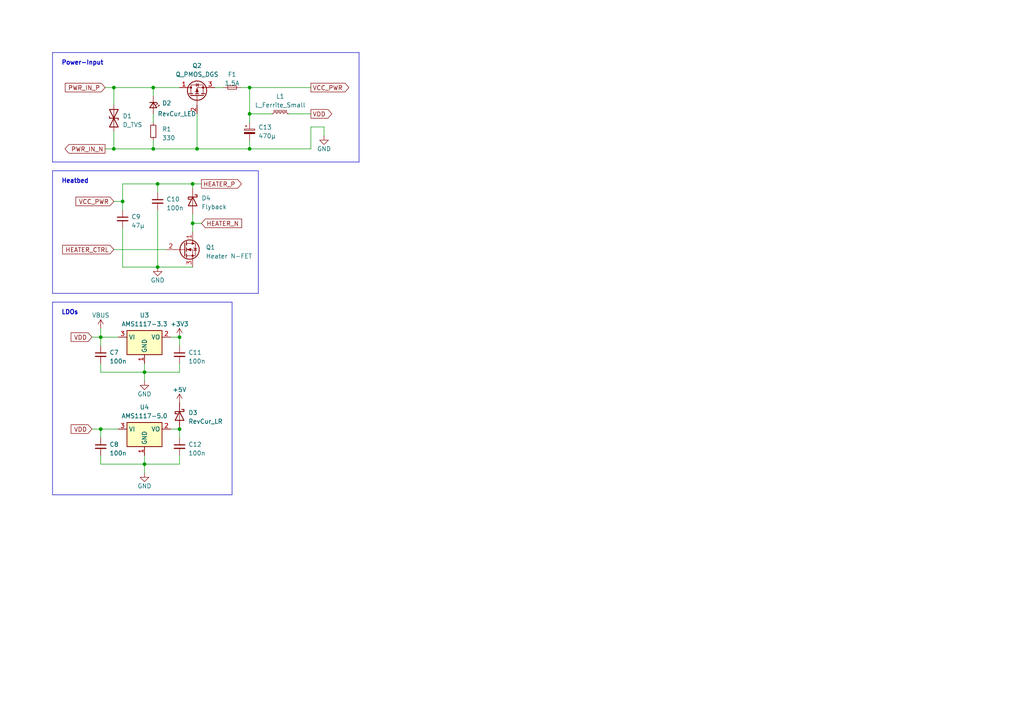
<source format=kicad_sch>
(kicad_sch (version 20230409) (generator eeschema)
  (paper "A4")
  (title_block (title "Modular Solder Reflow PCB") (rev "0.0.1"))
  (lib_symbols
    (symbol "Device:C_Polarized_Small" (pin_numbers hide) (pin_names (offset 0.254) hide)
      (property "Reference" "C" (at 0.254 1.778 0))
      (property "Value" "C_Polarized_Small" (at 0.254 -2.032 0))
      (symbol "C_Polarized_Small_0_1"
        (rectangle (start -1.524 -0.3048) (end 1.524 -0.6858) (fill (type outline)))
        (rectangle (start -1.524 0.6858) (end 1.524 0.3048))
        (polyline (pts (xy -1.27 1.524) (xy -0.762 1.524)))
        (polyline (pts (xy -1.016 1.27) (xy -1.016 1.778)))
      )
      (symbol "C_Polarized_Small_1_1"
        (pin passive line (at 0 2.54 270) (length 1.8542) (name "~") (number "1"))
        (pin passive line (at 0 -2.54 90) (length 1.8542) (name "~") (number "2"))
      )
    )
    (symbol "Device:C_Small" (pin_numbers hide) (pin_names (offset 0.254) hide)
      (property "Reference" "C" (at 0.254 1.778 0))
      (property "Value" "C_Small" (at 0.254 -2.032 0))
      (symbol "C_Small_0_1"
        (polyline (pts (xy -1.524 -0.508) (xy 1.524 -0.508)) (stroke (width 0.3302)))
        (polyline (pts (xy -1.524 0.508) (xy 1.524 0.508)) (stroke (width 0.3048)))
      )
      (symbol "C_Small_1_1"
        (pin passive line (at 0 2.54 270) (length 2.032) (name "~") (number "1"))
        (pin passive line (at 0 -2.54 90) (length 2.032) (name "~") (number "2"))
      )
    )
    (symbol "Device:D_Schottky" (pin_numbers hide) (pin_names (offset 1.016) hide)
      (property "Reference" "D" (at 0 2.54 0))
      (property "Value" "D_Schottky" (at 0 -2.54 0))
      (symbol "D_Schottky_0_1"
        (polyline (pts (xy 1.27 0) (xy -1.27 0)))
        (polyline (pts (xy 1.27 1.27) (xy 1.27 -1.27) (xy -1.27 0) (xy 1.27 1.27)) (stroke (width 0.254)))
        (polyline (pts (xy -1.905 0.635) (xy -1.905 1.27) (xy -1.27 1.27) (xy -1.27 -1.27) (xy -0.635 -1.27) (xy -0.635 -0.635)) (stroke (width 0.254)))
      )
      (symbol "D_Schottky_1_1"
        (pin passive line (at -3.81 0 0) (length 2.54) (name "K") (number "1"))
        (pin passive line (at 3.81 0 180) (length 2.54) (name "A") (number "2"))
      )
    )
    (symbol "Device:D_TVS" (pin_numbers hide) (pin_names (offset 1.016) hide)
      (property "Reference" "D" (at 0 2.54 0))
      (property "Value" "D_TVS" (at 0 -2.54 0))
      (symbol "D_TVS_0_1"
        (polyline (pts (xy 1.27 0) (xy -1.27 0)))
        (polyline (pts (xy 0.508 1.27) (xy 0 1.27) (xy 0 -1.27) (xy -0.508 -1.27)) (stroke (width 0.254)))
        (polyline (pts (xy -2.54 1.27) (xy -2.54 -1.27) (xy 2.54 1.27) (xy 2.54 -1.27) (xy -2.54 1.27)) (stroke (width 0.254)))
      )
      (symbol "D_TVS_1_1"
        (pin passive line (at -3.81 0 0) (length 2.54) (name "A1") (number "1"))
        (pin passive line (at 3.81 0 180) (length 2.54) (name "A2") (number "2"))
      )
    )
    (symbol "Device:Fuse_Small" (pin_numbers hide) (pin_names (offset 0.254) hide)
      (property "Reference" "F" (at 0 -1.524 0))
      (property "Value" "Fuse_Small" (at 0 1.524 0))
      (symbol "Fuse_Small_0_1"
        (rectangle (start -1.27 0.508) (end 1.27 -0.508))
        (polyline (pts (xy -1.27 0) (xy 1.27 0)))
      )
      (symbol "Fuse_Small_1_1"
        (pin passive line (at -2.54 0 0) (length 1.27) (name "~") (number "1"))
        (pin passive line (at 2.54 0 180) (length 1.27) (name "~") (number "2"))
      )
    )
    (symbol "Device:LED_Small" (pin_numbers hide) (pin_names (offset 0.254) hide)
      (property "Reference" "D" (at -1.27 3.175 0))
      (property "Value" "LED_Small" (at -4.445 -2.54 0))
      (symbol "LED_Small_0_1"
        (polyline (pts (xy -0.762 -1.016) (xy -0.762 1.016)) (stroke (width 0.254)))
        (polyline (pts (xy 1.016 0) (xy -0.762 0)))
        (polyline (pts (xy 0.762 -1.016) (xy -0.762 0) (xy 0.762 1.016) (xy 0.762 -1.016)) (stroke (width 0.254)))
        (polyline (pts (xy 0 0.762) (xy -0.508 1.27) (xy -0.254 1.27) (xy -0.508 1.27) (xy -0.508 1.016)))
        (polyline (pts (xy 0.508 1.27) (xy 0 1.778) (xy 0.254 1.778) (xy 0 1.778) (xy 0 1.524)))
      )
      (symbol "LED_Small_1_1"
        (pin passive line (at -2.54 0 0) (length 1.778) (name "K") (number "1"))
        (pin passive line (at 2.54 0 180) (length 1.778) (name "A") (number "2"))
      )
    )
    (symbol "Device:L_Ferrite_Small" (pin_numbers hide) (pin_names (offset 0.254) hide)
      (property "Reference" "L" (at 1.27 1.016 0))
      (property "Value" "L_Ferrite_Small" (at 1.27 -1.27 0))
      (symbol "L_Ferrite_Small_0_1"
        (arc (start 0 -2.032) (mid 0.5058 -1.524) (end 0 -1.016))
        (arc (start 0 -1.016) (mid 0.5058 -0.508) (end 0 0))
        (polyline (pts (xy 0.762 -1.905) (xy 0.762 -1.651)))
        (polyline (pts (xy 0.762 -1.397) (xy 0.762 -1.143)))
        (polyline (pts (xy 0.762 -0.889) (xy 0.762 -0.635)))
        (polyline (pts (xy 0.762 -0.381) (xy 0.762 -0.127)))
        (polyline (pts (xy 0.762 0.127) (xy 0.762 0.381)))
        (polyline (pts (xy 0.762 0.635) (xy 0.762 0.889)))
        (polyline (pts (xy 0.762 1.143) (xy 0.762 1.397)))
        (polyline (pts (xy 0.762 1.651) (xy 0.762 1.905)))
        (polyline (pts (xy 1.016 -1.651) (xy 1.016 -1.905)))
        (polyline (pts (xy 1.016 -1.143) (xy 1.016 -1.397)))
        (polyline (pts (xy 1.016 -0.635) (xy 1.016 -0.889)))
        (polyline (pts (xy 1.016 -0.127) (xy 1.016 -0.381)))
        (polyline (pts (xy 1.016 0.381) (xy 1.016 0.127)))
        (polyline (pts (xy 1.016 0.889) (xy 1.016 0.635)))
        (polyline (pts (xy 1.016 1.397) (xy 1.016 1.143)))
        (polyline (pts (xy 1.016 1.905) (xy 1.016 1.651)))
        (arc (start 0 0) (mid 0.5058 0.508) (end 0 1.016))
        (arc (start 0 1.016) (mid 0.5058 1.524) (end 0 2.032))
      )
      (symbol "L_Ferrite_Small_1_1"
        (pin passive line (at 0 2.54 270) (length 0.508) (name "~") (number "1"))
        (pin passive line (at 0 -2.54 90) (length 0.508) (name "~") (number "2"))
      )
    )
    (symbol "Device:Q_NMOS_DGS" (pin_names (offset 0) hide)
      (property "Reference" "Q" (at 5.08 1.27 0))
      (property "Value" "Q_NMOS_DGS" (at 5.08 -1.27 0))
      (symbol "Q_NMOS_DGS_0_1"
        (polyline (pts (xy 0.254 0) (xy -2.54 0)))
        (polyline (pts (xy 0.254 1.905) (xy 0.254 -1.905)) (stroke (width 0.254)))
        (polyline (pts (xy 0.762 -1.27) (xy 0.762 -2.286)) (stroke (width 0.254)))
        (polyline (pts (xy 0.762 0.508) (xy 0.762 -0.508)) (stroke (width 0.254)))
        (polyline (pts (xy 0.762 2.286) (xy 0.762 1.27)) (stroke (width 0.254)))
        (polyline (pts (xy 2.54 2.54) (xy 2.54 1.778)))
        (polyline (pts (xy 2.54 -2.54) (xy 2.54 0) (xy 0.762 0)))
        (polyline (pts (xy 0.762 -1.778) (xy 3.302 -1.778) (xy 3.302 1.778) (xy 0.762 1.778)))
        (polyline (pts (xy 1.016 0) (xy 2.032 0.381) (xy 2.032 -0.381) (xy 1.016 0)) (fill (type outline)))
        (polyline (pts (xy 2.794 0.508) (xy 2.921 0.381) (xy 3.683 0.381) (xy 3.81 0.254)))
        (polyline (pts (xy 3.302 0.381) (xy 2.921 -0.254) (xy 3.683 -0.254) (xy 3.302 0.381)))
        (circle (center 1.651 0) (radius 2.794) (stroke (width 0.254)))
        (circle (center 2.54 -1.778) (radius 0.254) (fill (type outline)))
        (circle (center 2.54 1.778) (radius 0.254) (fill (type outline)))
      )
      (symbol "Q_NMOS_DGS_1_1"
        (pin passive line (at 2.54 5.08 270) (length 2.54) (name "D") (number "1"))
        (pin input line (at -5.08 0 0) (length 2.54) (name "G") (number "2"))
        (pin passive line (at 2.54 -5.08 90) (length 2.54) (name "S") (number "3"))
      )
    )
    (symbol "Device:Q_PMOS_DGS" (pin_names (offset 0) hide)
      (property "Reference" "Q" (at 5.08 1.27 0))
      (property "Value" "Q_PMOS_DGS" (at 5.08 -1.27 0))
      (symbol "Q_PMOS_DGS_0_1"
        (polyline (pts (xy 0.254 0) (xy -2.54 0)))
        (polyline (pts (xy 0.254 1.905) (xy 0.254 -1.905)) (stroke (width 0.254)))
        (polyline (pts (xy 0.762 -1.27) (xy 0.762 -2.286)) (stroke (width 0.254)))
        (polyline (pts (xy 0.762 0.508) (xy 0.762 -0.508)) (stroke (width 0.254)))
        (polyline (pts (xy 0.762 2.286) (xy 0.762 1.27)) (stroke (width 0.254)))
        (polyline (pts (xy 2.54 2.54) (xy 2.54 1.778)))
        (polyline (pts (xy 2.54 -2.54) (xy 2.54 0) (xy 0.762 0)))
        (polyline (pts (xy 0.762 1.778) (xy 3.302 1.778) (xy 3.302 -1.778) (xy 0.762 -1.778)))
        (polyline (pts (xy 2.286 0) (xy 1.27 0.381) (xy 1.27 -0.381) (xy 2.286 0)) (fill (type outline)))
        (polyline (pts (xy 2.794 -0.508) (xy 2.921 -0.381) (xy 3.683 -0.381) (xy 3.81 -0.254)))
        (polyline (pts (xy 3.302 -0.381) (xy 2.921 0.254) (xy 3.683 0.254) (xy 3.302 -0.381)))
        (circle (center 1.651 0) (radius 2.794) (stroke (width 0.254)))
        (circle (center 2.54 -1.778) (radius 0.254) (fill (type outline)))
        (circle (center 2.54 1.778) (radius 0.254) (fill (type outline)))
      )
      (symbol "Q_PMOS_DGS_1_1"
        (pin passive line (at 2.54 5.08 270) (length 2.54) (name "D") (number "1"))
        (pin input line (at -5.08 0 0) (length 2.54) (name "G") (number "2"))
        (pin passive line (at 2.54 -5.08 90) (length 2.54) (name "S") (number "3"))
      )
    )
    (symbol "Device:R_Small" (pin_numbers hide) (pin_names (offset 0.254) hide)
      (property "Reference" "R" (at 0.762 0.508 0))
      (property "Value" "R_Small" (at 0.762 -1.016 0))
      (symbol "R_Small_0_1"
        (rectangle (start -0.762 1.778) (end 0.762 -1.778) (stroke (width 0.2032)))
      )
      (symbol "R_Small_1_1"
        (pin passive line (at 0 2.54 270) (length 0.762) (name "~") (number "1"))
        (pin passive line (at 0 -2.54 90) (length 0.762) (name "~") (number "2"))
      )
    )
    (symbol "GND_1" (power) (pin_names (offset 0))
      (property "Value" "GND" (at 0 -3.81 0))
      (symbol "GND_1_0_1"
        (polyline (pts (xy 0 0) (xy 0 -1.27) (xy 1.27 -1.27) (xy 0 -2.54) (xy -1.27 -1.27) (xy 0 -1.27)))
      )
      (symbol "GND_1_1_1"
        (pin power_in line (at 0 0 270) (length 0) hide (name "GND") (number "1"))
      )
    )
    (symbol "Regulator_Linear:AMS1117-3.3"
      (property "Reference" "U" (at -3.81 3.175 0))
      (property "Value" "AMS1117-3.3" (at 0 3.175 0))
      (symbol "AMS1117-3.3_0_1"
        (rectangle (start -5.08 -5.08) (end 5.08 1.905) (stroke (width 0.254)) (fill (type background)))
      )
      (symbol "AMS1117-3.3_1_1"
        (pin power_in line (at 0 -7.62 90) (length 2.54) (name "GND") (number "1"))
        (pin power_out line (at 7.62 0 180) (length 2.54) (name "VO") (number "2"))
        (pin power_in line (at -7.62 0 0) (length 2.54) (name "VI") (number "3"))
      )
    )
    (symbol "Regulator_Linear:AMS1117-5.0"
      (property "Reference" "U" (at -3.81 3.175 0))
      (property "Value" "AMS1117-5.0" (at 0 3.175 0))
      (symbol "AMS1117-5.0_0_1"
        (rectangle (start -5.08 -5.08) (end 5.08 1.905) (stroke (width 0.254)) (fill (type background)))
      )
      (symbol "AMS1117-5.0_1_1"
        (pin power_in line (at 0 -7.62 90) (length 2.54) (name "GND") (number "1"))
        (pin power_out line (at 7.62 0 180) (length 2.54) (name "VO") (number "2"))
        (pin power_in line (at -7.62 0 0) (length 2.54) (name "VI") (number "3"))
      )
    )
    (symbol "power:+3.3V" (power) (pin_names (offset 0))
      (property "Value" "+3.3V" (at 0 3.556 0))
      (symbol "+3.3V_0_1"
        (polyline (pts (xy -0.762 1.27) (xy 0 2.54)))
        (polyline (pts (xy 0 0) (xy 0 2.54)))
        (polyline (pts (xy 0 2.54) (xy 0.762 1.27)))
      )
      (symbol "+3.3V_1_1"
        (pin power_in line (at 0 0 90) (length 0) hide (name "+3V3") (number "1"))
      )
    )
    (symbol "power:+3V3" (power) (pin_names (offset 0))
      (property "Value" "+3V3" (at 0 3.556 0))
      (symbol "+3V3_0_1"
        (polyline (pts (xy -0.762 1.27) (xy 0 2.54)))
        (polyline (pts (xy 0 0) (xy 0 2.54)))
        (polyline (pts (xy 0 2.54) (xy 0.762 1.27)))
      )
      (symbol "+3V3_1_1"
        (pin power_in line (at 0 0 90) (length 0) hide (name "+3V3") (number "1"))
      )
    )
    (symbol "power:+5V" (power) (pin_names (offset 0))
      (property "Value" "+5V" (at 0 3.556 0))
      (symbol "+5V_0_1"
        (polyline (pts (xy -0.762 1.27) (xy 0 2.54)))
        (polyline (pts (xy 0 0) (xy 0 2.54)))
        (polyline (pts (xy 0 2.54) (xy 0.762 1.27)))
      )
      (symbol "+5V_1_1"
        (pin power_in line (at 0 0 90) (length 0) hide (name "+5V") (number "1"))
      )
    )
  )
  (junction (at 52.07 97.79))
  (junction (at 45.72 53.34))
  (junction (at 33.02 25.4))
  (junction (at 45.72 77.47))
  (junction (at 72.39 25.4))
  (junction (at 41.91 107.95))
  (junction (at 41.91 134.62))
  (junction (at 33.02 43.18))
  (junction (at 35.56 58.42))
  (junction (at 55.88 53.34))
  (junction (at 57.15 43.18))
  (junction (at 29.21 124.46))
  (junction (at 72.39 43.18))
  (junction (at 44.45 43.18))
  (junction (at 55.88 64.77))
  (junction (at 44.45 25.4))
  (junction (at 72.39 33.02))
  (junction (at 52.07 124.46))
  (junction (at 29.21 97.79))
  (wire (pts (xy 41.91 105.41) (xy 41.91 107.95)))
  (wire (pts (xy 72.39 33.02) (xy 78.74 33.02)))
  (polyline (pts (xy 74.93 49.53) (xy 74.93 85.09)))
  (wire (pts (xy 33.02 38.1) (xy 33.02 43.18)))
  (wire (pts (xy 90.17 36.83) (xy 93.98 36.83)))
  (polyline (pts (xy 15.24 87.63) (xy 15.24 143.51)))
  (polyline (pts (xy 104.14 15.24) (xy 15.24 15.24)))
  (wire (pts (xy 93.98 36.83) (xy 93.98 39.37)))
  (wire (pts (xy 52.07 105.41) (xy 52.07 107.95)))
  (polyline (pts (xy 74.93 85.09) (xy 15.24 85.09)))
  (wire (pts (xy 29.21 134.62) (xy 41.91 134.62)))
  (wire (pts (xy 69.85 25.4) (xy 72.39 25.4)))
  (polyline (pts (xy 15.24 46.99) (xy 104.14 46.99)))
  (wire (pts (xy 49.53 97.79) (xy 52.07 97.79)))
  (wire (pts (xy 57.15 33.02) (xy 57.15 43.18)))
  (wire (pts (xy 29.21 124.46) (xy 29.21 127)))
  (polyline (pts (xy 15.24 15.24) (xy 15.24 46.99)))
  (wire (pts (xy 26.67 124.46) (xy 29.21 124.46)))
  (wire (pts (xy 29.21 124.46) (xy 34.29 124.46)))
  (polyline (pts (xy 15.24 49.53) (xy 15.24 85.09)))
  (wire (pts (xy 52.07 124.46) (xy 52.07 127)))
  (wire (pts (xy 45.72 77.47) (xy 55.88 77.47)))
  (wire (pts (xy 33.02 25.4) (xy 33.02 30.48)))
  (wire (pts (xy 35.56 58.42) (xy 35.56 60.96)))
  (wire (pts (xy 33.02 58.42) (xy 35.56 58.42)))
  (wire (pts (xy 41.91 107.95) (xy 41.91 110.49)))
  (wire (pts (xy 29.21 97.79) (xy 29.21 100.33)))
  (polyline (pts (xy 15.24 49.53) (xy 74.93 49.53)))
  (wire (pts (xy 33.02 43.18) (xy 44.45 43.18)))
  (wire (pts (xy 44.45 33.02) (xy 44.45 35.56)))
  (wire (pts (xy 52.07 107.95) (xy 41.91 107.95)))
  (wire (pts (xy 35.56 66.04) (xy 35.56 77.47)))
  (polyline (pts (xy 104.14 46.99) (xy 104.14 15.24)))
  (wire (pts (xy 33.02 25.4) (xy 44.45 25.4)))
  (wire (pts (xy 41.91 132.08) (xy 41.91 134.62)))
  (wire (pts (xy 72.39 33.02) (xy 72.39 35.56)))
  (wire (pts (xy 55.88 62.23) (xy 55.88 64.77)))
  (wire (pts (xy 49.53 124.46) (xy 52.07 124.46)))
  (wire (pts (xy 30.48 25.4) (xy 33.02 25.4)))
  (wire (pts (xy 52.07 134.62) (xy 41.91 134.62)))
  (wire (pts (xy 72.39 40.64) (xy 72.39 43.18)))
  (wire (pts (xy 90.17 36.83) (xy 90.17 43.18)))
  (wire (pts (xy 35.56 58.42) (xy 35.56 53.34)))
  (wire (pts (xy 45.72 53.34) (xy 45.72 55.88)))
  (wire (pts (xy 30.48 43.18) (xy 33.02 43.18)))
  (wire (pts (xy 52.07 132.08) (xy 52.07 134.62)))
  (polyline (pts (xy 15.24 143.51) (xy 67.31 143.51)))
  (wire (pts (xy 29.21 97.79) (xy 34.29 97.79)))
  (wire (pts (xy 29.21 105.41) (xy 29.21 107.95)))
  (wire (pts (xy 72.39 25.4) (xy 90.17 25.4)))
  (wire (pts (xy 72.39 43.18) (xy 90.17 43.18)))
  (wire (pts (xy 29.21 95.25) (xy 29.21 97.79)))
  (wire (pts (xy 55.88 64.77) (xy 58.42 64.77)))
  (wire (pts (xy 52.07 97.79) (xy 52.07 100.33)))
  (wire (pts (xy 44.45 40.64) (xy 44.45 43.18)))
  (wire (pts (xy 26.67 97.79) (xy 29.21 97.79)))
  (wire (pts (xy 45.72 60.96) (xy 45.72 77.47)))
  (wire (pts (xy 55.88 53.34) (xy 58.42 53.34)))
  (wire (pts (xy 83.82 33.02) (xy 90.17 33.02)))
  (wire (pts (xy 45.72 53.34) (xy 55.88 53.34)))
  (wire (pts (xy 29.21 132.08) (xy 29.21 134.62)))
  (wire (pts (xy 35.56 53.34) (xy 45.72 53.34)))
  (wire (pts (xy 29.21 107.95) (xy 41.91 107.95)))
  (wire (pts (xy 44.45 25.4) (xy 52.07 25.4)))
  (wire (pts (xy 57.15 43.18) (xy 72.39 43.18)))
  (wire (pts (xy 41.91 134.62) (xy 41.91 137.16)))
  (polyline (pts (xy 15.24 87.63) (xy 67.31 87.63)))
  (wire (pts (xy 44.45 43.18) (xy 57.15 43.18)))
  (wire (pts (xy 33.02 72.39) (xy 48.26 72.39)))
  (wire (pts (xy 44.45 25.4) (xy 44.45 27.94)))
  (wire (pts (xy 55.88 64.77) (xy 55.88 67.31)))
  (wire (pts (xy 55.88 53.34) (xy 55.88 54.61)))
  (wire (pts (xy 35.56 77.47) (xy 45.72 77.47)))
  (polyline (pts (xy 67.31 143.51) (xy 67.31 87.63)))
  (wire (pts (xy 62.23 25.4) (xy 64.77 25.4)))
  (wire (pts (xy 72.39 25.4) (xy 72.39 33.02)))
  (text "Power-Input" (at 17.78 19.05 0) (effects (font (size 1.27 1.27) (thickness 0.254) bold) (justify left bottom)))
  (text "Heatbed" (at 17.78 53.34 0) (effects (font (size 1.27 1.27) (thickness 0.254) bold) (justify left bottom)))
  (text "LDOs" (at 17.78 91.44 0) (effects (font (size 1.27 1.27) (thickness 0.254) bold) (justify left bottom)))
  (global_label "PWR_IN_N" (shape output) (at 30.48 43.18 180) (property "Intersheetrefs" "${INTERSHEET_REFS}" (effects hide)))
  (global_label "VDD" (shape input) (at 26.67 124.46 180) (property "Intersheetrefs" "${INTERSHEET_REFS}" (effects hide)))
  (global_label "HEATER_P" (shape output) (at 58.42 53.34 0) (property "Intersheetrefs" "${INTERSHEET_REFS}" (effects hide)))
  (global_label "PWR_IN_P" (shape input) (at 30.48 25.4 180) (property "Intersheetrefs" "${INTERSHEET_REFS}" (effects hide)))
  (global_label "HEATER_N" (shape input) (at 58.42 64.77 0) (property "Intersheetrefs" "${INTERSHEET_REFS}" (effects hide)))
  (global_label "VDD" (shape output) (at 90.17 33.02 0) (property "Intersheetrefs" "${INTERSHEET_REFS}" (effects hide)))
  (global_label "VDD" (shape input) (at 26.67 97.79 180) (property "Intersheetrefs" "${INTERSHEET_REFS}" (effects hide)))
  (global_label "VCC_PWR" (shape output) (at 90.17 25.4 0) (property "Intersheetrefs" "${INTERSHEET_REFS}" (effects hide)))
  (global_label "HEATER_CTRL" (shape input) (at 33.02 72.39 180) (property "Intersheetrefs" "${INTERSHEET_REFS}" (effects hide)))
  (global_label "VCC_PWR" (shape input) (at 33.02 58.42 180) (property "Intersheetrefs" "${INTERSHEET_REFS}" (effects hide)))
  (symbol (lib_id "Regulator_Linear:AMS1117-3.3") (at 41.91 97.79 0) (unit 1)
    (property "Reference" "U3" (at 41.91 91.44 0))
    (property "Value" "AMS1117-3.3" (at 41.91 93.98 0))
    (property "Footprint" "Package_TO_SOT_SMD:SOT-223-3_TabPin2" (effects hide))
    (property "Datasheet" "http://www.advanced-monolithic.com/pdf/ds1117.pdf" (effects hide))
  )
  (symbol (lib_id "Device:C_Small") (at 52.07 102.87 0) (unit 1)
    (property "Reference" "C11" (at 54.61 102.2413 0) (effects (justify left)))
    (property "Value" "100n" (at 54.61 104.7813 0) (effects (justify left)))
    (property "Footprint" "Capacitor_SMD:C_0603_1608Metric_Pad1.08x0.95mm_HandSolder" (effects hide))
  )
  (symbol (lib_id "Device:Fuse_Small") (at 67.31 25.4 0) (unit 1)
    (property "Reference" "F1" (at 67.31 21.59 0))
    (property "Value" "1.5A" (at 67.31 24.13 0))
    (property "Footprint" "Fuse:Fuseholder_Cylinder-5x20mm_Schurter_0031_8201_Horizontal_Open" (effects hide))
    (instances (project "esp32-modular-solder-reflow-plate" (path "" (reference "F1") (unit 1))) (project "Sperminator_Mk2" (path "" (reference "F?") (unit 1))))
  )
  (symbol (lib_id "Device:Q_PMOS_DGS") (at 57.15 27.94 90) (unit 1)
    (property "Reference" "Q2" (at 57.15 19.05 90))
    (property "Value" "Q_PMOS_DGS" (at 57.15 21.59 90))
    (property "Footprint" "Package_TO_SOT_SMD:ATPAK-2" (effects hide))
  )
  (symbol (lib_id "Device:C_Polarized_Small") (at 72.39 38.1 0) (unit 1)
    (property "Reference" "C13" (at 74.93 36.9189 0) (effects (justify left)))
    (property "Value" "470µ" (at 74.93 39.4589 0) (effects (justify left)))
    (property "Footprint" "Capacitor_THT:CP_Radial_D6.3mm_P2.50mm" (effects hide))
  )
  (symbol (lib_id "Device:C_Small") (at 45.72 58.42 0) (unit 1)
    (property "Reference" "C10" (at 48.26 57.7913 0) (effects (justify left)))
    (property "Value" "100n" (at 48.26 60.3313 0) (effects (justify left)))
    (property "Footprint" "Capacitor_SMD:C_0603_1608Metric_Pad1.08x0.95mm_HandSolder" (effects hide))
  )
  (symbol (lib_id "power:+3V3") (at 52.07 97.79 0) (unit 1)
    (property "Reference" "#PWR013" (effects hide))
    (property "Value" "+3V3" (at 52.07 93.98 0))
  )
  (symbol (lib_id "Device:D_Schottky") (at 55.88 58.42 270) (unit 1)
    (property "Reference" "D4" (at 58.42 57.4675 90) (effects (justify left)))
    (property "Value" "Flyback" (at 58.42 60.0075 90) (effects (justify left)))
    (property "Footprint" "Diode_SMD:D_1210_3225Metric_Pad1.42x2.65mm_HandSolder" (effects hide))
  )
  (symbol (lib_name "GND_1") (lib_id "power:GND") (at 41.91 110.49 0) (unit 1)
    (property "Reference" "#PWR010" (effects hide))
    (property "Value" "GND" (at 41.91 114.3 0))
  )
  (symbol (lib_id "Device:LED_Small") (at 44.45 30.48 270) (unit 1)
    (property "Reference" "D2" (at 46.99 29.9085 90) (effects (justify left)))
    (property "Value" "RevCur_LED" (at 45.72 33.02 90) (effects (justify left)))
    (property "Footprint" "LED_SMD:LED_0603_1608Metric_Pad1.05x0.95mm_HandSolder" (effects hide))
  )
  (symbol (lib_id "Device:Q_NMOS_DGS") (at 53.34 72.39 0) (unit 1)
    (property "Reference" "Q1" (at 59.69 71.755 0) (effects (justify left)))
    (property "Value" "Heater N-FET" (at 59.69 74.295 0) (effects (justify left)))
    (property "Footprint" "Package_TO_SOT_SMD:ATPAK-2" (effects hide))
  )
  (symbol (lib_id "Device:L_Ferrite_Small") (at 81.28 33.02 90) (unit 1)
    (property "Reference" "L1" (at 81.28 27.94 90))
    (property "Value" "L_Ferrite_Small" (at 81.28 30.48 90))
    (property "Footprint" "Inductor_SMD:L_0805_2012Metric_Pad1.15x1.40mm_HandSolder" (effects hide))
  )
  (symbol (lib_id "Device:D_Schottky") (at 52.07 120.65 270) (unit 1)
    (property "Reference" "D3" (at 54.61 119.6975 90) (effects (justify left)))
    (property "Value" "RevCur_LR" (at 54.61 122.2375 90) (effects (justify left)))
    (property "Footprint" "Diode_SMD:D_1210_3225Metric_Pad1.42x2.65mm_HandSolder" (effects hide))
  )
  (symbol (lib_id "Device:C_Small") (at 29.21 129.54 0) (unit 1)
    (property "Reference" "C8" (at 31.75 128.9113 0) (effects (justify left)))
    (property "Value" "100n" (at 31.75 131.4513 0) (effects (justify left)))
    (property "Footprint" "Capacitor_SMD:C_0603_1608Metric_Pad1.08x0.95mm_HandSolder" (effects hide))
  )
  (symbol (lib_name "GND_1") (lib_id "power:GND") (at 41.91 137.16 0) (unit 1)
    (property "Reference" "#PWR011" (effects hide))
    (property "Value" "GND" (at 41.91 140.97 0))
  )
  (symbol (lib_id "power:+3.3V") (at 29.21 95.25 0) (unit 1)
    (property "Reference" "#PWR?" (effects hide))
    (property "Value" "VBUS" (at 29.21 91.44 0))
    (instances (project "esp32-modular-solder-reflow-plate" (path "" (reference "#PWR?") (unit 1)) (path "" (reference "#PWR?") (unit 1)) (path "" (reference "#PWR09") (unit 1))))
  )
  (symbol (lib_id "Regulator_Linear:AMS1117-5.0") (at 41.91 124.46 0) (unit 1)
    (property "Reference" "U4" (at 41.91 118.11 0))
    (property "Value" "AMS1117-5.0" (at 41.91 120.65 0))
    (property "Footprint" "Package_TO_SOT_SMD:SOT-223-3_TabPin2" (effects hide))
    (property "Datasheet" "http://www.advanced-monolithic.com/pdf/ds1117.pdf" (effects hide))
  )
  (symbol (lib_id "Device:R_Small") (at 44.45 38.1 0) (unit 1)
    (property "Reference" "R1" (at 46.99 37.465 0) (effects (justify left)))
    (property "Value" "330" (at 46.99 40.005 0) (effects (justify left)))
    (property "Footprint" "Resistor_SMD:R_0603_1608Metric_Pad0.98x0.95mm_HandSolder" (effects hide))
  )
  (symbol (lib_id "Device:D_TVS") (at 33.02 34.29 270) (unit 1)
    (property "Reference" "D1" (at 35.56 33.655 90) (effects (justify left)))
    (property "Value" "D_TVS" (at 35.56 36.195 90) (effects (justify left)))
    (property "Footprint" "Diode_SMD:D_0603_1608Metric_Pad1.05x0.95mm_HandSolder" (effects hide))
  )
  (symbol (lib_id "Device:C_Small") (at 29.21 102.87 0) (unit 1)
    (property "Reference" "C7" (at 31.75 102.2413 0) (effects (justify left)))
    (property "Value" "100n" (at 31.75 104.7813 0) (effects (justify left)))
    (property "Footprint" "Capacitor_SMD:C_0603_1608Metric_Pad1.08x0.95mm_HandSolder" (effects hide))
  )
  (symbol (lib_name "GND_1") (lib_id "power:GND") (at 45.72 77.47 0) (unit 1)
    (property "Reference" "#PWR012" (effects hide))
    (property "Value" "GND" (at 45.72 81.28 0))
  )
  (symbol (lib_id "power:+5V") (at 52.07 116.84 0) (unit 1)
    (property "Reference" "#PWR014" (effects hide))
    (property "Value" "+5V" (at 52.07 113.03 0))
  )
  (symbol (lib_name "GND_1") (lib_id "power:GND") (at 93.98 39.37 0) (unit 1)
    (property "Reference" "#PWR015" (effects hide))
    (property "Value" "GND" (at 93.98 43.18 0))
  )
  (symbol (lib_id "Device:C_Small") (at 35.56 63.5 0) (unit 1)
    (property "Reference" "C9" (at 38.1 62.8713 0) (effects (justify left)))
    (property "Value" "47µ" (at 38.1 65.4113 0) (effects (justify left)))
    (property "Footprint" "Capacitor_SMD:C_0603_1608Metric_Pad1.08x0.95mm_HandSolder" (effects hide))
  )
  (symbol (lib_id "Device:C_Small") (at 52.07 129.54 0) (unit 1)
    (property "Reference" "C12" (at 54.61 128.9113 0) (effects (justify left)))
    (property "Value" "100n" (at 54.61 131.4513 0) (effects (justify left)))
    (property "Footprint" "Capacitor_SMD:C_0603_1608Metric_Pad1.08x0.95mm_HandSolder" (effects hide))
  )
)
</source>
